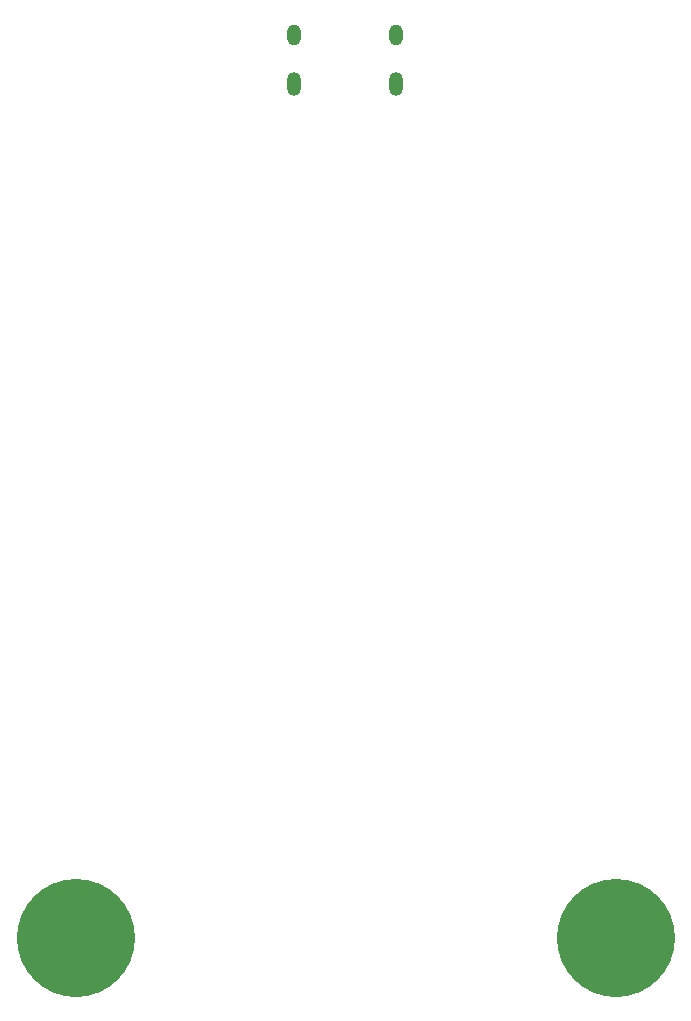
<source format=gtp>
%TF.GenerationSoftware,KiCad,Pcbnew,(6.0.5)*%
%TF.CreationDate,2022-07-03T19:07:03+01:00*%
%TF.ProjectId,octoscale,6f63746f-7363-4616-9c65-2e6b69636164,rev?*%
%TF.SameCoordinates,Original*%
%TF.FileFunction,Paste,Top*%
%TF.FilePolarity,Positive*%
%FSLAX46Y46*%
G04 Gerber Fmt 4.6, Leading zero omitted, Abs format (unit mm)*
G04 Created by KiCad (PCBNEW (6.0.5)) date 2022-07-03 19:07:03*
%MOMM*%
%LPD*%
G01*
G04 APERTURE LIST*
%ADD10C,10.000000*%
%ADD11O,1.200000X2.000000*%
%ADD12O,1.200000X1.800000*%
G04 APERTURE END LIST*
D10*
%TO.C,TP2*%
X192935000Y-123000000D03*
%TD*%
%TO.C,TP1*%
X147185000Y-123000000D03*
%TD*%
D11*
%TO.C,J1*%
X165670000Y-50762500D03*
X174330000Y-50762500D03*
D12*
X165670000Y-46562500D03*
X174330000Y-46562500D03*
%TD*%
M02*

</source>
